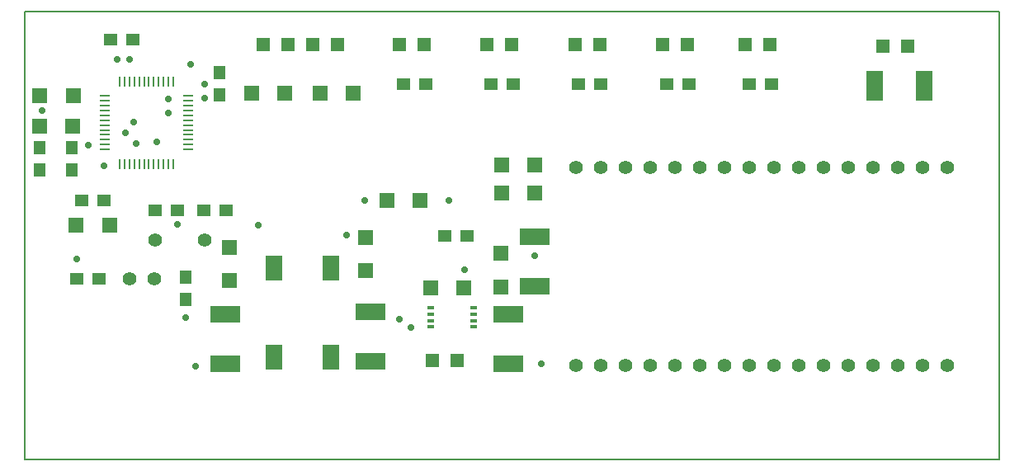
<source format=gbr>
%FSLAX23Y23*%
%MOIN*%
G04 EasyPC Gerber Version 12.0.1 Build 2704 *
%ADD80R,0.00781X0.04324*%
%ADD118R,0.05100X0.05600*%
%ADD121R,0.06600X0.12200*%
%ADD79R,0.07080X0.09836*%
%ADD119R,0.05600X0.05600*%
%ADD117R,0.05900X0.05900*%
%ADD12C,0.00500*%
%ADD123C,0.02789*%
%ADD84C,0.02800*%
%ADD23C,0.05600*%
%ADD81R,0.04324X0.00781*%
%ADD122R,0.02750X0.01175*%
%ADD116R,0.05600X0.05100*%
%ADD120R,0.12200X0.06600*%
X0Y0D02*
D02*
D12*
X3Y3D02*
X3937D01*
Y1811*
X3*
Y3*
D02*
D23*
X424Y733D03*
X524D03*
X530Y890D03*
X730D03*
X2229Y382D03*
Y1182D03*
X2329Y382D03*
Y1182D03*
X2429Y382D03*
Y1182D03*
X2529Y382D03*
Y1182D03*
X2629Y382D03*
Y1182D03*
X2729Y382D03*
Y1182D03*
X2829Y382D03*
Y1182D03*
X2929Y382D03*
Y1182D03*
X3029Y382D03*
Y1182D03*
X3129Y382D03*
Y1182D03*
X3229Y382D03*
Y1182D03*
X3329Y382D03*
Y1182D03*
X3429Y382D03*
Y1182D03*
X3529Y382D03*
Y1182D03*
X3629Y382D03*
Y1182D03*
X3729Y382D03*
Y1182D03*
D02*
D79*
X1007Y416D03*
Y774D03*
X1240Y416D03*
Y774D03*
D02*
D80*
X385Y1196D03*
Y1530D03*
X405Y1196D03*
Y1530D03*
X425Y1196D03*
Y1530D03*
X444Y1196D03*
Y1530D03*
X464Y1196D03*
Y1530D03*
X484Y1196D03*
Y1530D03*
X503Y1196D03*
Y1530D03*
X523Y1196D03*
Y1530D03*
X543Y1196D03*
Y1530D03*
X562Y1196D03*
Y1530D03*
X582Y1196D03*
Y1530D03*
X602Y1196D03*
Y1530D03*
D02*
D81*
X326Y1255D03*
Y1274D03*
Y1294D03*
Y1314D03*
Y1333D03*
Y1353D03*
Y1373D03*
Y1392D03*
Y1412D03*
Y1432D03*
Y1451D03*
Y1471D03*
X661Y1255D03*
Y1274D03*
Y1294D03*
Y1314D03*
Y1333D03*
Y1353D03*
Y1373D03*
Y1392D03*
Y1412D03*
Y1432D03*
Y1451D03*
Y1471D03*
D02*
D84*
X71Y1413D03*
X691Y380D03*
X1778Y768D03*
D02*
D116*
X212Y733D03*
X233Y1049D03*
X302Y733D03*
X323Y1049D03*
X350Y1698D03*
X440D03*
X527Y1009D03*
X617D03*
X724D03*
X814D03*
X1531Y1520D03*
X1621D03*
X1698Y905D03*
X1788D03*
X1885Y1520D03*
X1975D03*
X2240D03*
X2330D03*
X2594D03*
X2684D03*
X2929D03*
X3019D03*
D02*
D117*
X62Y1348D03*
X63Y1473D03*
X196Y1348D03*
X197Y1473D03*
X210Y949D03*
X344D03*
X828Y725D03*
Y859D03*
X919Y1481D03*
X1053D03*
X1194D03*
X1328D03*
X1379Y764D03*
Y898D03*
X1465Y1048D03*
X1599D03*
X1642Y694D03*
X1776D03*
X1926Y700D03*
Y834D03*
X1927Y1077D03*
Y1191D03*
X2061Y1077D03*
Y1191D03*
D02*
D118*
X62Y1172D03*
Y1262D03*
X191Y1172D03*
Y1262D03*
X651Y649D03*
Y739D03*
X789Y1475D03*
Y1565D03*
D02*
D119*
X966Y1678D03*
X1066D03*
X1166D03*
X1266D03*
X1515D03*
X1615D03*
X1650Y403D03*
X1750D03*
X1870Y1678D03*
X1970D03*
X2224D03*
X2324D03*
X2578D03*
X2678D03*
X2913D03*
X3013D03*
X3469Y1673D03*
X3569D03*
D02*
D120*
X813Y387D03*
Y587D03*
X1399Y397D03*
Y597D03*
X1955Y387D03*
Y587D03*
X2063Y702D03*
Y902D03*
D02*
D121*
X3435Y1511D03*
X3635D03*
D02*
D122*
X1642Y537D03*
Y563D03*
Y588D03*
Y614D03*
X1815Y537D03*
Y563D03*
Y588D03*
Y614D03*
D02*
D123*
X213Y812D03*
X258Y1272D03*
X321Y1189D03*
X375Y1619D03*
X408Y1323D03*
X424Y1618D03*
X443Y1366D03*
X451Y1280D03*
X534Y1284D03*
X581Y1402D03*
Y1457D03*
X617Y953D03*
X651Y575D03*
X671Y1599D03*
X730Y1461D03*
Y1520D03*
X946Y949D03*
X1301Y910D03*
X1374Y1048D03*
X1514Y567D03*
X1562Y536D03*
X1714Y1048D03*
X2063Y826D03*
X2088Y388D03*
X0Y0D02*
M02*

</source>
